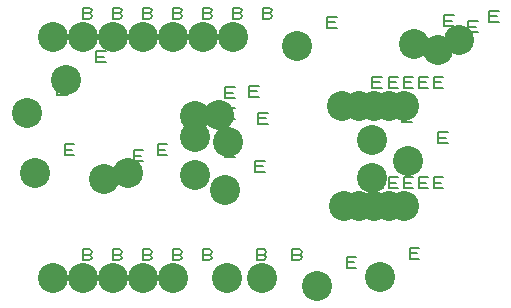
<source format=gbr>
G04 EasyPC Gerber Version 21.0.3 Build 4286 *
G04 #@! TF.Part,Single*
G04 #@! TF.FileFunction,Drillmap *
G04 #@! TF.FilePolarity,Positive *
%FSLAX35Y35*%
%MOIN*%
%ADD11C,0.00500*%
G04 #@! TA.AperFunction,WasherPad*
%ADD10C,0.10000*%
X0Y0D02*
D02*
D10*
X50250Y61250D03*
X52750Y41250D03*
X58750Y6250D03*
Y86750D03*
X63250Y72250D03*
X68750Y6250D03*
Y86750D03*
X75750Y39250D03*
X78750Y6250D03*
Y86750D03*
X83750Y41250D03*
X88750Y6250D03*
Y86750D03*
X98750Y6250D03*
Y86750D03*
X106250Y40750D03*
Y53250D03*
Y60250D03*
X108750Y86750D03*
X114250Y60750D03*
X116250Y35750D03*
X116847Y6266D03*
X117250Y51750D03*
X118750Y86750D03*
X128658Y6266D03*
X140250Y83750D03*
X146750Y3750D03*
X155250Y63750D03*
X155750Y30250D03*
X160750D03*
Y63750D03*
X165250Y39750D03*
Y52250D03*
X165750Y30250D03*
Y63750D03*
X167750Y6750D03*
X170750Y30250D03*
Y63750D03*
X175750Y30250D03*
Y63750D03*
X177250Y45250D03*
X179250Y84250D03*
X187250Y82250D03*
X194250Y85750D03*
D02*
D11*
X60250Y67187D02*
Y70937D01*
X63375*
X62750Y69063D02*
X60250D01*
Y67187D02*
X63375D01*
X62750Y47187D02*
Y50937D01*
X65875*
X65250Y49063D02*
X62750D01*
Y47187D02*
X65875D01*
X70937Y14063D02*
X71563Y13750D01*
X71875Y13125*
X71563Y12500*
X70937Y12187*
X68750*
Y15937*
X70937*
X71563Y15625*
X71875Y15000*
X71563Y14375*
X70937Y14063*
X68750*
X70937Y94563D02*
X71563Y94250D01*
X71875Y93625*
X71563Y93000*
X70937Y92687*
X68750*
Y96437*
X70937*
X71563Y96125*
X71875Y95500*
X71563Y94875*
X70937Y94563*
X68750*
X73250Y78187D02*
Y81937D01*
X76375*
X75750Y80063D02*
X73250D01*
Y78187D02*
X76375D01*
X80937Y14063D02*
X81563Y13750D01*
X81875Y13125*
X81563Y12500*
X80937Y12187*
X78750*
Y15937*
X80937*
X81563Y15625*
X81875Y15000*
X81563Y14375*
X80937Y14063*
X78750*
X80937Y94563D02*
X81563Y94250D01*
X81875Y93625*
X81563Y93000*
X80937Y92687*
X78750*
Y96437*
X80937*
X81563Y96125*
X81875Y95500*
X81563Y94875*
X80937Y94563*
X78750*
X85750Y45187D02*
Y48937D01*
X88875*
X88250Y47063D02*
X85750D01*
Y45187D02*
X88875D01*
X90937Y14063D02*
X91563Y13750D01*
X91875Y13125*
X91563Y12500*
X90937Y12187*
X88750*
Y15937*
X90937*
X91563Y15625*
X91875Y15000*
X91563Y14375*
X90937Y14063*
X88750*
X90937Y94563D02*
X91563Y94250D01*
X91875Y93625*
X91563Y93000*
X90937Y92687*
X88750*
Y96437*
X90937*
X91563Y96125*
X91875Y95500*
X91563Y94875*
X90937Y94563*
X88750*
X93750Y47187D02*
Y50937D01*
X96875*
X96250Y49063D02*
X93750D01*
Y47187D02*
X96875D01*
X100937Y14063D02*
X101563Y13750D01*
X101875Y13125*
X101563Y12500*
X100937Y12187*
X98750*
Y15937*
X100937*
X101563Y15625*
X101875Y15000*
X101563Y14375*
X100937Y14063*
X98750*
X100937Y94563D02*
X101563Y94250D01*
X101875Y93625*
X101563Y93000*
X100937Y92687*
X98750*
Y96437*
X100937*
X101563Y96125*
X101875Y95500*
X101563Y94875*
X100937Y94563*
X98750*
X110937Y14063D02*
X111563Y13750D01*
X111875Y13125*
X111563Y12500*
X110937Y12187*
X108750*
Y15937*
X110937*
X111563Y15625*
X111875Y15000*
X111563Y14375*
X110937Y14063*
X108750*
X110937Y94563D02*
X111563Y94250D01*
X111875Y93625*
X111563Y93000*
X110937Y92687*
X108750*
Y96437*
X110937*
X111563Y96125*
X111875Y95500*
X111563Y94875*
X110937Y94563*
X108750*
X116250Y46687D02*
Y50437D01*
X119375*
X118750Y48563D02*
X116250D01*
Y46687D02*
X119375D01*
X116250Y59187D02*
Y62937D01*
X119375*
X118750Y61063D02*
X116250D01*
Y59187D02*
X119375D01*
X116250Y66187D02*
Y69937D01*
X119375*
X118750Y68063D02*
X116250D01*
Y66187D02*
X119375D01*
X120937Y94563D02*
X121563Y94250D01*
X121875Y93625*
X121563Y93000*
X120937Y92687*
X118750*
Y96437*
X120937*
X121563Y96125*
X121875Y95500*
X121563Y94875*
X120937Y94563*
X118750*
X124250Y66687D02*
Y70437D01*
X127375*
X126750Y68563D02*
X124250D01*
Y66687D02*
X127375D01*
X126250Y41687D02*
Y45437D01*
X129375*
X128750Y43563D02*
X126250D01*
Y41687D02*
X129375D01*
X129035Y14079D02*
X129660Y13766D01*
X129972Y13141*
X129660Y12516*
X129035Y12204*
X126847*
Y15954*
X129035*
X129660Y15641*
X129972Y15016*
X129660Y14391*
X129035Y14079*
X126847*
X127250Y57687D02*
Y61437D01*
X130375*
X129750Y59563D02*
X127250D01*
Y57687D02*
X130375D01*
X130937Y94563D02*
X131563Y94250D01*
X131875Y93625*
X131563Y93000*
X130937Y92687*
X128750*
Y96437*
X130937*
X131563Y96125*
X131875Y95500*
X131563Y94875*
X130937Y94563*
X128750*
X140846Y14079D02*
X141471Y13766D01*
X141783Y13141*
X141471Y12516*
X140846Y12204*
X138658*
Y15954*
X140846*
X141471Y15641*
X141783Y15016*
X141471Y14391*
X140846Y14079*
X138658*
X150250Y89687D02*
Y93437D01*
X153375*
X152750Y91563D02*
X150250D01*
Y89687D02*
X153375D01*
X156750Y9687D02*
Y13437D01*
X159875*
X159250Y11563D02*
X156750D01*
Y9687D02*
X159875D01*
X165250Y69687D02*
Y73437D01*
X168375*
X167750Y71563D02*
X165250D01*
Y69687D02*
X168375D01*
X165750Y36187D02*
Y39937D01*
X168875*
X168250Y38063D02*
X165750D01*
Y36187D02*
X168875D01*
X170750D02*
Y39937D01*
X173875*
X173250Y38063D02*
X170750D01*
Y36187D02*
X173875D01*
X170750Y69687D02*
Y73437D01*
X173875*
X173250Y71563D02*
X170750D01*
Y69687D02*
X173875D01*
X175250Y45687D02*
Y49437D01*
X178375*
X177750Y47563D02*
X175250D01*
Y45687D02*
X178375D01*
X175250Y58187D02*
Y61937D01*
X178375*
X177750Y60063D02*
X175250D01*
Y58187D02*
X178375D01*
X175750Y36187D02*
Y39937D01*
X178875*
X178250Y38063D02*
X175750D01*
Y36187D02*
X178875D01*
X175750Y69687D02*
Y73437D01*
X178875*
X178250Y71563D02*
X175750D01*
Y69687D02*
X178875D01*
X177750Y12687D02*
Y16437D01*
X180875*
X180250Y14563D02*
X177750D01*
Y12687D02*
X180875D01*
X180750Y36187D02*
Y39937D01*
X183875*
X183250Y38063D02*
X180750D01*
Y36187D02*
X183875D01*
X180750Y69687D02*
Y73437D01*
X183875*
X183250Y71563D02*
X180750D01*
Y69687D02*
X183875D01*
X185750Y36187D02*
Y39937D01*
X188875*
X188250Y38063D02*
X185750D01*
Y36187D02*
X188875D01*
X185750Y69687D02*
Y73437D01*
X188875*
X188250Y71563D02*
X185750D01*
Y69687D02*
X188875D01*
X187250Y51187D02*
Y54937D01*
X190375*
X189750Y53063D02*
X187250D01*
Y51187D02*
X190375D01*
X189250Y90187D02*
Y93937D01*
X192375*
X191750Y92063D02*
X189250D01*
Y90187D02*
X192375D01*
X197250Y88187D02*
Y91937D01*
X200375*
X199750Y90063D02*
X197250D01*
Y88187D02*
X200375D01*
X204250Y91687D02*
Y95437D01*
X207375*
X206750Y93563D02*
X204250D01*
Y91687D02*
X207375D01*
X0Y0D02*
M02*

</source>
